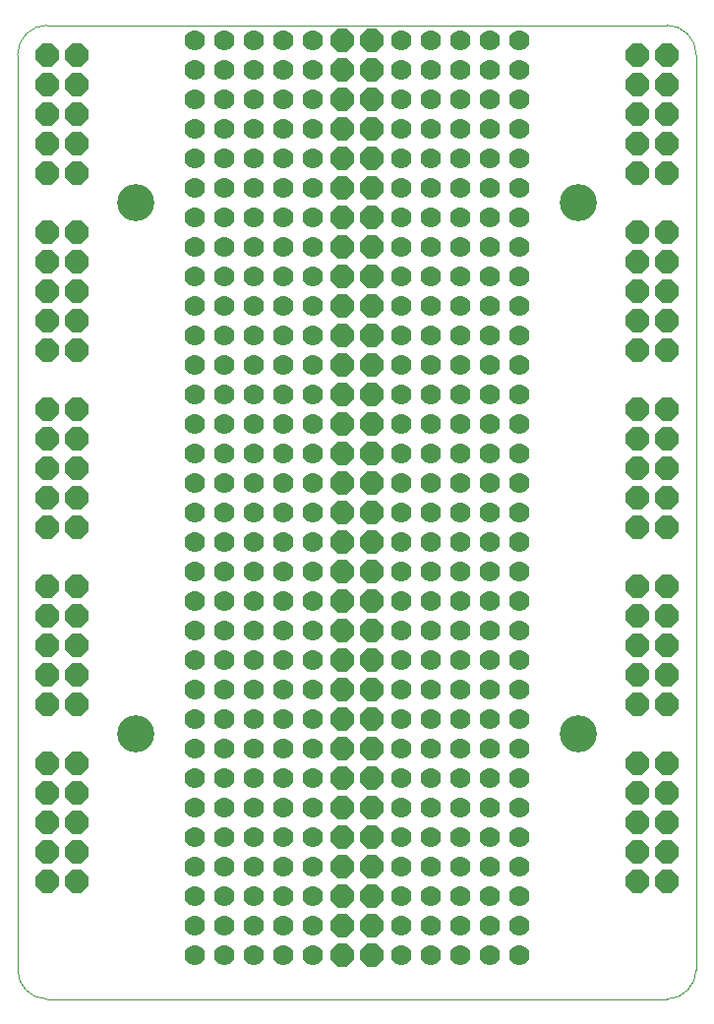
<source format=gbr>
%TF.GenerationSoftware,KiCad,Pcbnew,9.0.2-9.0.2-0~ubuntu24.04.1*%
%TF.CreationDate,2025-06-09T17:33:15+05:30*%
%TF.ProjectId,pronto,70726f6e-746f-42e6-9b69-6361645f7063,rev1*%
%TF.SameCoordinates,Original*%
%TF.FileFunction,Soldermask,Bot*%
%TF.FilePolarity,Negative*%
%FSLAX46Y46*%
G04 Gerber Fmt 4.6, Leading zero omitted, Abs format (unit mm)*
G04 Created by KiCad (PCBNEW 9.0.2-9.0.2-0~ubuntu24.04.1) date 2025-06-09 17:33:15*
%MOMM*%
%LPD*%
G01*
G04 APERTURE LIST*
G04 Aperture macros list*
%AMOutline5P*
0 Free polygon, 5 corners , with rotation*
0 The origin of the aperture is its center*
0 number of corners: always 5*
0 $1 to $10 corner X, Y*
0 $11 Rotation angle, in degrees counterclockwise*
0 create outline with 5 corners*
4,1,5,$1,$2,$3,$4,$5,$6,$7,$8,$9,$10,$1,$2,$11*%
%AMOutline6P*
0 Free polygon, 6 corners , with rotation*
0 The origin of the aperture is its center*
0 number of corners: always 6*
0 $1 to $12 corner X, Y*
0 $13 Rotation angle, in degrees counterclockwise*
0 create outline with 6 corners*
4,1,6,$1,$2,$3,$4,$5,$6,$7,$8,$9,$10,$11,$12,$1,$2,$13*%
%AMOutline7P*
0 Free polygon, 7 corners , with rotation*
0 The origin of the aperture is its center*
0 number of corners: always 7*
0 $1 to $14 corner X, Y*
0 $15 Rotation angle, in degrees counterclockwise*
0 create outline with 7 corners*
4,1,7,$1,$2,$3,$4,$5,$6,$7,$8,$9,$10,$11,$12,$13,$14,$1,$2,$15*%
%AMOutline8P*
0 Free polygon, 8 corners , with rotation*
0 The origin of the aperture is its center*
0 number of corners: always 8*
0 $1 to $16 corner X, Y*
0 $17 Rotation angle, in degrees counterclockwise*
0 create outline with 8 corners*
4,1,8,$1,$2,$3,$4,$5,$6,$7,$8,$9,$10,$11,$12,$13,$14,$15,$16,$1,$2,$17*%
G04 Aperture macros list end*
%ADD10C,1.778000*%
%ADD11Outline8P,-1.016000X0.406400X-0.406400X1.016000X0.406400X1.016000X1.016000X0.406400X1.016000X-0.406400X0.406400X-1.016000X-0.406400X-1.016000X-1.016000X-0.406400X0.000000*%
%ADD12Outline8P,-1.016000X0.406400X-0.406400X1.016000X0.406400X1.016000X1.016000X0.406400X1.016000X-0.406400X0.406400X-1.016000X-0.406400X-1.016000X-1.016000X-0.406400X180.000000*%
%ADD13C,3.200000*%
%TA.AperFunction,Profile*%
%ADD14C,0.100000*%
%TD*%
G04 APERTURE END LIST*
D10*
%TO.C,1pin*%
X114300000Y-38100000D03*
%TD*%
%TO.C,1pin*%
X132080000Y-38100000D03*
%TD*%
%TO.C,1pin*%
X127000000Y-38100000D03*
%TD*%
%TO.C,1pin*%
X106680000Y-38100000D03*
%TD*%
%TO.C,1pin*%
X121920000Y-38100000D03*
%TD*%
%TO.C,1pin*%
X111760000Y-38100000D03*
%TD*%
%TO.C,1pin*%
X129540000Y-38100000D03*
%TD*%
%TO.C,1pin*%
X124460000Y-38100000D03*
%TD*%
%TO.C,1pin*%
X109220000Y-38100000D03*
%TD*%
%TO.C,1pin*%
X104140000Y-38100000D03*
%TD*%
%TO.C,1pin*%
X106680000Y-40640000D03*
%TD*%
%TO.C,1pin*%
X104140000Y-40640000D03*
%TD*%
%TO.C,1pin*%
X109220000Y-40640000D03*
%TD*%
%TO.C,1pin*%
X111760000Y-40640000D03*
%TD*%
%TO.C,1pin*%
X114300000Y-40640000D03*
%TD*%
%TO.C,1pin*%
X121920000Y-40640000D03*
%TD*%
%TO.C,1pin*%
X124460000Y-40640000D03*
%TD*%
%TO.C,1pin*%
X127000000Y-40640000D03*
%TD*%
%TO.C,1pin*%
X132080000Y-40640000D03*
%TD*%
%TO.C,1pin*%
X129540000Y-40640000D03*
%TD*%
%TO.C,1pin*%
X121920000Y-45720000D03*
%TD*%
%TO.C,1pin*%
X124460000Y-45720000D03*
%TD*%
%TO.C,1pin*%
X127000000Y-45720000D03*
%TD*%
%TO.C,1pin*%
X132080000Y-45720000D03*
%TD*%
%TO.C,1pin*%
X129540000Y-45720000D03*
%TD*%
%TO.C,1pin*%
X129540000Y-43180000D03*
%TD*%
%TO.C,1pin*%
X132080000Y-43180000D03*
%TD*%
%TO.C,1pin*%
X127000000Y-43180000D03*
%TD*%
%TO.C,1pin*%
X124460000Y-43180000D03*
%TD*%
%TO.C,1pin*%
X121920000Y-43180000D03*
%TD*%
%TO.C,1pin*%
X114300000Y-43180000D03*
%TD*%
%TO.C,1pin*%
X111760000Y-43180000D03*
%TD*%
%TO.C,1pin*%
X109220000Y-43180000D03*
%TD*%
%TO.C,1pin*%
X104140000Y-43180000D03*
%TD*%
%TO.C,1pin*%
X106680000Y-43180000D03*
%TD*%
%TO.C,1pin*%
X106680000Y-45720000D03*
%TD*%
%TO.C,1pin*%
X104140000Y-45720000D03*
%TD*%
%TO.C,1pin*%
X109220000Y-45720000D03*
%TD*%
%TO.C,1pin*%
X111760000Y-45720000D03*
%TD*%
%TO.C,1pin*%
X114300000Y-45720000D03*
%TD*%
%TO.C,1pin*%
X114300000Y-50800000D03*
%TD*%
%TO.C,1pin*%
X111760000Y-50800000D03*
%TD*%
%TO.C,1pin*%
X109220000Y-50800000D03*
%TD*%
%TO.C,1pin*%
X104140000Y-50800000D03*
%TD*%
%TO.C,1pin*%
X106680000Y-50800000D03*
%TD*%
%TO.C,1pin*%
X106680000Y-48260000D03*
%TD*%
%TO.C,1pin*%
X104140000Y-48260000D03*
%TD*%
%TO.C,1pin*%
X109220000Y-48260000D03*
%TD*%
%TO.C,1pin*%
X111760000Y-48260000D03*
%TD*%
%TO.C,1pin*%
X114300000Y-48260000D03*
%TD*%
%TO.C,1pin*%
X114300000Y-58420000D03*
%TD*%
%TO.C,1pin*%
X111760000Y-58420000D03*
%TD*%
%TO.C,1pin*%
X109220000Y-58420000D03*
%TD*%
%TO.C,1pin*%
X104140000Y-58420000D03*
%TD*%
%TO.C,1pin*%
X106680000Y-58420000D03*
%TD*%
%TO.C,1pin*%
X106680000Y-60960000D03*
%TD*%
%TO.C,1pin*%
X104140000Y-60960000D03*
%TD*%
%TO.C,1pin*%
X109220000Y-60960000D03*
%TD*%
%TO.C,1pin*%
X111760000Y-60960000D03*
%TD*%
%TO.C,1pin*%
X114300000Y-60960000D03*
%TD*%
%TO.C,1pin*%
X114300000Y-55880000D03*
%TD*%
%TO.C,1pin*%
X111760000Y-55880000D03*
%TD*%
%TO.C,1pin*%
X109220000Y-55880000D03*
%TD*%
%TO.C,1pin*%
X104140000Y-55880000D03*
%TD*%
%TO.C,1pin*%
X106680000Y-55880000D03*
%TD*%
%TO.C,1pin*%
X106680000Y-53340000D03*
%TD*%
%TO.C,1pin*%
X104140000Y-53340000D03*
%TD*%
%TO.C,1pin*%
X109220000Y-53340000D03*
%TD*%
%TO.C,1pin*%
X111760000Y-53340000D03*
%TD*%
%TO.C,1pin*%
X114300000Y-53340000D03*
%TD*%
%TO.C,1pin*%
X114300000Y-73660000D03*
%TD*%
%TO.C,1pin*%
X111760000Y-73660000D03*
%TD*%
%TO.C,1pin*%
X109220000Y-73660000D03*
%TD*%
%TO.C,1pin*%
X104140000Y-73660000D03*
%TD*%
%TO.C,1pin*%
X106680000Y-73660000D03*
%TD*%
%TO.C,1pin*%
X106680000Y-76200000D03*
%TD*%
%TO.C,1pin*%
X104140000Y-76200000D03*
%TD*%
%TO.C,1pin*%
X109220000Y-76200000D03*
%TD*%
%TO.C,1pin*%
X111760000Y-76200000D03*
%TD*%
%TO.C,1pin*%
X114300000Y-76200000D03*
%TD*%
%TO.C,1pin*%
X114300000Y-81280000D03*
%TD*%
%TO.C,1pin*%
X111760000Y-81280000D03*
%TD*%
%TO.C,1pin*%
X109220000Y-81280000D03*
%TD*%
%TO.C,1pin*%
X104140000Y-81280000D03*
%TD*%
%TO.C,1pin*%
X106680000Y-81280000D03*
%TD*%
%TO.C,1pin*%
X106680000Y-78740000D03*
%TD*%
%TO.C,1pin*%
X104140000Y-78740000D03*
%TD*%
%TO.C,1pin*%
X109220000Y-78740000D03*
%TD*%
%TO.C,1pin*%
X111760000Y-78740000D03*
%TD*%
%TO.C,1pin*%
X114300000Y-78740000D03*
%TD*%
%TO.C,1pin*%
X114300000Y-68580000D03*
%TD*%
%TO.C,1pin*%
X111760000Y-68580000D03*
%TD*%
%TO.C,1pin*%
X109220000Y-68580000D03*
%TD*%
%TO.C,1pin*%
X104140000Y-68580000D03*
%TD*%
%TO.C,1pin*%
X106680000Y-68580000D03*
%TD*%
%TO.C,1pin*%
X106680000Y-71120000D03*
%TD*%
%TO.C,1pin*%
X104140000Y-71120000D03*
%TD*%
%TO.C,1pin*%
X109220000Y-71120000D03*
%TD*%
%TO.C,1pin*%
X111760000Y-71120000D03*
%TD*%
%TO.C,1pin*%
X114300000Y-71120000D03*
%TD*%
%TO.C,1pin*%
X114300000Y-66040000D03*
%TD*%
%TO.C,1pin*%
X111760000Y-66040000D03*
%TD*%
%TO.C,1pin*%
X109220000Y-66040000D03*
%TD*%
%TO.C,1pin*%
X104140000Y-66040000D03*
%TD*%
%TO.C,1pin*%
X106680000Y-66040000D03*
%TD*%
%TO.C,1pin*%
X106680000Y-63500000D03*
%TD*%
%TO.C,1pin*%
X104140000Y-63500000D03*
%TD*%
%TO.C,1pin*%
X109220000Y-63500000D03*
%TD*%
%TO.C,1pin*%
X111760000Y-63500000D03*
%TD*%
%TO.C,1pin*%
X114300000Y-63500000D03*
%TD*%
%TO.C,1pin*%
X114300000Y-104140000D03*
%TD*%
%TO.C,1pin*%
X111760000Y-104140000D03*
%TD*%
%TO.C,1pin*%
X109220000Y-104140000D03*
%TD*%
%TO.C,1pin*%
X104140000Y-104140000D03*
%TD*%
%TO.C,1pin*%
X106680000Y-104140000D03*
%TD*%
%TO.C,1pin*%
X106680000Y-106680000D03*
%TD*%
%TO.C,1pin*%
X104140000Y-106680000D03*
%TD*%
%TO.C,1pin*%
X109220000Y-106680000D03*
%TD*%
%TO.C,1pin*%
X111760000Y-106680000D03*
%TD*%
%TO.C,1pin*%
X114300000Y-106680000D03*
%TD*%
%TO.C,1pin*%
X114300000Y-111760000D03*
%TD*%
%TO.C,1pin*%
X111760000Y-111760000D03*
%TD*%
%TO.C,1pin*%
X109220000Y-111760000D03*
%TD*%
%TO.C,1pin*%
X104140000Y-111760000D03*
%TD*%
%TO.C,1pin*%
X106680000Y-111760000D03*
%TD*%
%TO.C,1pin*%
X106680000Y-109220000D03*
%TD*%
%TO.C,1pin*%
X104140000Y-109220000D03*
%TD*%
%TO.C,1pin*%
X109220000Y-109220000D03*
%TD*%
%TO.C,1pin*%
X111760000Y-109220000D03*
%TD*%
%TO.C,1pin*%
X114300000Y-109220000D03*
%TD*%
%TO.C,1pin*%
X114300000Y-116840000D03*
%TD*%
%TO.C,1pin*%
X111760000Y-116840000D03*
%TD*%
%TO.C,1pin*%
X109220000Y-116840000D03*
%TD*%
%TO.C,1pin*%
X104140000Y-116840000D03*
%TD*%
%TO.C,1pin*%
X106680000Y-116840000D03*
%TD*%
%TO.C,1pin*%
X106680000Y-114300000D03*
%TD*%
%TO.C,1pin*%
X104140000Y-114300000D03*
%TD*%
%TO.C,1pin*%
X109220000Y-114300000D03*
%TD*%
%TO.C,1pin*%
X111760000Y-114300000D03*
%TD*%
%TO.C,1pin*%
X114300000Y-114300000D03*
%TD*%
%TO.C,1pin*%
X114300000Y-93980000D03*
%TD*%
%TO.C,1pin*%
X111760000Y-93980000D03*
%TD*%
%TO.C,1pin*%
X109220000Y-93980000D03*
%TD*%
%TO.C,1pin*%
X104140000Y-93980000D03*
%TD*%
%TO.C,1pin*%
X106680000Y-93980000D03*
%TD*%
%TO.C,1pin*%
X106680000Y-96520000D03*
%TD*%
%TO.C,1pin*%
X104140000Y-96520000D03*
%TD*%
%TO.C,1pin*%
X109220000Y-96520000D03*
%TD*%
%TO.C,1pin*%
X111760000Y-96520000D03*
%TD*%
%TO.C,1pin*%
X114300000Y-96520000D03*
%TD*%
%TO.C,1pin*%
X114300000Y-101600000D03*
%TD*%
%TO.C,1pin*%
X111760000Y-101600000D03*
%TD*%
%TO.C,1pin*%
X109220000Y-101600000D03*
%TD*%
%TO.C,1pin*%
X104140000Y-101600000D03*
%TD*%
%TO.C,1pin*%
X106680000Y-101600000D03*
%TD*%
%TO.C,1pin*%
X106680000Y-99060000D03*
%TD*%
%TO.C,1pin*%
X104140000Y-99060000D03*
%TD*%
%TO.C,1pin*%
X109220000Y-99060000D03*
%TD*%
%TO.C,1pin*%
X111760000Y-99060000D03*
%TD*%
%TO.C,1pin*%
X114300000Y-99060000D03*
%TD*%
%TO.C,1pin*%
X114300000Y-88900000D03*
%TD*%
%TO.C,1pin*%
X111760000Y-88900000D03*
%TD*%
%TO.C,1pin*%
X109220000Y-88900000D03*
%TD*%
%TO.C,1pin*%
X104140000Y-88900000D03*
%TD*%
%TO.C,1pin*%
X106680000Y-88900000D03*
%TD*%
%TO.C,1pin*%
X106680000Y-91440000D03*
%TD*%
%TO.C,1pin*%
X104140000Y-91440000D03*
%TD*%
%TO.C,1pin*%
X109220000Y-91440000D03*
%TD*%
%TO.C,1pin*%
X111760000Y-91440000D03*
%TD*%
%TO.C,1pin*%
X114300000Y-91440000D03*
%TD*%
%TO.C,1pin*%
X114300000Y-86360000D03*
%TD*%
%TO.C,1pin*%
X111760000Y-86360000D03*
%TD*%
%TO.C,1pin*%
X109220000Y-86360000D03*
%TD*%
%TO.C,1pin*%
X104140000Y-86360000D03*
%TD*%
%TO.C,1pin*%
X106680000Y-86360000D03*
%TD*%
%TO.C,1pin*%
X106680000Y-83820000D03*
%TD*%
%TO.C,1pin*%
X104140000Y-83820000D03*
%TD*%
%TO.C,1pin*%
X109220000Y-83820000D03*
%TD*%
%TO.C,1pin*%
X111760000Y-83820000D03*
%TD*%
%TO.C,1pin*%
X114300000Y-83820000D03*
%TD*%
%TO.C,1pin*%
X121920000Y-48260000D03*
%TD*%
%TO.C,1pin*%
X124460000Y-48260000D03*
%TD*%
%TO.C,1pin*%
X127000000Y-48260000D03*
%TD*%
%TO.C,1pin*%
X132080000Y-48260000D03*
%TD*%
%TO.C,1pin*%
X129540000Y-48260000D03*
%TD*%
%TO.C,1pin*%
X129540000Y-50800000D03*
%TD*%
%TO.C,1pin*%
X132080000Y-50800000D03*
%TD*%
%TO.C,1pin*%
X127000000Y-50800000D03*
%TD*%
%TO.C,1pin*%
X124460000Y-50800000D03*
%TD*%
%TO.C,1pin*%
X121920000Y-50800000D03*
%TD*%
%TO.C,1pin*%
X121920000Y-60960000D03*
%TD*%
%TO.C,1pin*%
X124460000Y-60960000D03*
%TD*%
%TO.C,1pin*%
X127000000Y-60960000D03*
%TD*%
%TO.C,1pin*%
X132080000Y-60960000D03*
%TD*%
%TO.C,1pin*%
X129540000Y-60960000D03*
%TD*%
%TO.C,1pin*%
X129540000Y-58420000D03*
%TD*%
%TO.C,1pin*%
X132080000Y-58420000D03*
%TD*%
%TO.C,1pin*%
X127000000Y-58420000D03*
%TD*%
%TO.C,1pin*%
X124460000Y-58420000D03*
%TD*%
%TO.C,1pin*%
X121920000Y-58420000D03*
%TD*%
%TO.C,1pin*%
X121920000Y-53340000D03*
%TD*%
%TO.C,1pin*%
X124460000Y-53340000D03*
%TD*%
%TO.C,1pin*%
X127000000Y-53340000D03*
%TD*%
%TO.C,1pin*%
X132080000Y-53340000D03*
%TD*%
%TO.C,1pin*%
X129540000Y-53340000D03*
%TD*%
%TO.C,1pin*%
X129540000Y-55880000D03*
%TD*%
%TO.C,1pin*%
X132080000Y-55880000D03*
%TD*%
%TO.C,1pin*%
X127000000Y-55880000D03*
%TD*%
%TO.C,1pin*%
X124460000Y-55880000D03*
%TD*%
%TO.C,1pin*%
X121920000Y-55880000D03*
%TD*%
%TO.C,1pin*%
X121920000Y-76200000D03*
%TD*%
%TO.C,1pin*%
X124460000Y-76200000D03*
%TD*%
%TO.C,1pin*%
X127000000Y-76200000D03*
%TD*%
%TO.C,1pin*%
X132080000Y-76200000D03*
%TD*%
%TO.C,1pin*%
X129540000Y-76200000D03*
%TD*%
%TO.C,1pin*%
X129540000Y-73660000D03*
%TD*%
%TO.C,1pin*%
X132080000Y-73660000D03*
%TD*%
%TO.C,1pin*%
X127000000Y-73660000D03*
%TD*%
%TO.C,1pin*%
X124460000Y-73660000D03*
%TD*%
%TO.C,1pin*%
X121920000Y-73660000D03*
%TD*%
%TO.C,1pin*%
X121920000Y-78740000D03*
%TD*%
%TO.C,1pin*%
X124460000Y-78740000D03*
%TD*%
%TO.C,1pin*%
X127000000Y-78740000D03*
%TD*%
%TO.C,1pin*%
X132080000Y-78740000D03*
%TD*%
%TO.C,1pin*%
X129540000Y-78740000D03*
%TD*%
%TO.C,1pin*%
X129540000Y-81280000D03*
%TD*%
%TO.C,1pin*%
X132080000Y-81280000D03*
%TD*%
%TO.C,1pin*%
X127000000Y-81280000D03*
%TD*%
%TO.C,1pin*%
X124460000Y-81280000D03*
%TD*%
%TO.C,1pin*%
X121920000Y-81280000D03*
%TD*%
%TO.C,1pin*%
X121920000Y-71120000D03*
%TD*%
%TO.C,1pin*%
X124460000Y-71120000D03*
%TD*%
%TO.C,1pin*%
X127000000Y-71120000D03*
%TD*%
%TO.C,1pin*%
X132080000Y-71120000D03*
%TD*%
%TO.C,1pin*%
X129540000Y-71120000D03*
%TD*%
%TO.C,1pin*%
X129540000Y-68580000D03*
%TD*%
%TO.C,1pin*%
X132080000Y-68580000D03*
%TD*%
%TO.C,1pin*%
X127000000Y-68580000D03*
%TD*%
%TO.C,1pin*%
X124460000Y-68580000D03*
%TD*%
%TO.C,1pin*%
X121920000Y-68580000D03*
%TD*%
%TO.C,1pin*%
X121920000Y-63500000D03*
%TD*%
%TO.C,1pin*%
X124460000Y-63500000D03*
%TD*%
%TO.C,1pin*%
X127000000Y-63500000D03*
%TD*%
%TO.C,1pin*%
X132080000Y-63500000D03*
%TD*%
%TO.C,1pin*%
X129540000Y-63500000D03*
%TD*%
%TO.C,1pin*%
X129540000Y-66040000D03*
%TD*%
%TO.C,1pin*%
X132080000Y-66040000D03*
%TD*%
%TO.C,1pin*%
X127000000Y-66040000D03*
%TD*%
%TO.C,1pin*%
X124460000Y-66040000D03*
%TD*%
%TO.C,1pin*%
X121920000Y-66040000D03*
%TD*%
%TO.C,1pin*%
X121920000Y-83820000D03*
%TD*%
%TO.C,1pin*%
X124460000Y-83820000D03*
%TD*%
%TO.C,1pin*%
X127000000Y-83820000D03*
%TD*%
%TO.C,1pin*%
X132080000Y-83820000D03*
%TD*%
%TO.C,1pin*%
X129540000Y-83820000D03*
%TD*%
%TO.C,1pin*%
X129540000Y-86360000D03*
%TD*%
%TO.C,1pin*%
X132080000Y-86360000D03*
%TD*%
%TO.C,1pin*%
X127000000Y-86360000D03*
%TD*%
%TO.C,1pin*%
X124460000Y-86360000D03*
%TD*%
%TO.C,1pin*%
X121920000Y-86360000D03*
%TD*%
%TO.C,1pin*%
X121920000Y-96520000D03*
%TD*%
%TO.C,1pin*%
X124460000Y-96520000D03*
%TD*%
%TO.C,1pin*%
X127000000Y-96520000D03*
%TD*%
%TO.C,1pin*%
X132080000Y-96520000D03*
%TD*%
%TO.C,1pin*%
X129540000Y-96520000D03*
%TD*%
%TO.C,1pin*%
X129540000Y-93980000D03*
%TD*%
%TO.C,1pin*%
X132080000Y-93980000D03*
%TD*%
%TO.C,1pin*%
X127000000Y-93980000D03*
%TD*%
%TO.C,1pin*%
X124460000Y-93980000D03*
%TD*%
%TO.C,1pin*%
X121920000Y-93980000D03*
%TD*%
%TO.C,1pin*%
X121920000Y-88900000D03*
%TD*%
%TO.C,1pin*%
X124460000Y-88900000D03*
%TD*%
%TO.C,1pin*%
X127000000Y-88900000D03*
%TD*%
%TO.C,1pin*%
X132080000Y-88900000D03*
%TD*%
%TO.C,1pin*%
X129540000Y-88900000D03*
%TD*%
%TO.C,1pin*%
X129540000Y-91440000D03*
%TD*%
%TO.C,1pin*%
X132080000Y-91440000D03*
%TD*%
%TO.C,1pin*%
X127000000Y-91440000D03*
%TD*%
%TO.C,1pin*%
X124460000Y-91440000D03*
%TD*%
%TO.C,1pin*%
X121920000Y-91440000D03*
%TD*%
%TO.C,1pin*%
X121920000Y-104140000D03*
%TD*%
%TO.C,1pin*%
X124460000Y-104140000D03*
%TD*%
%TO.C,1pin*%
X127000000Y-104140000D03*
%TD*%
%TO.C,1pin*%
X132080000Y-104140000D03*
%TD*%
%TO.C,1pin*%
X129540000Y-104140000D03*
%TD*%
%TO.C,1pin*%
X129540000Y-101600000D03*
%TD*%
%TO.C,1pin*%
X132080000Y-101600000D03*
%TD*%
%TO.C,1pin*%
X127000000Y-101600000D03*
%TD*%
%TO.C,1pin*%
X124460000Y-101600000D03*
%TD*%
%TO.C,1pin*%
X121920000Y-101600000D03*
%TD*%
%TO.C,1pin*%
X121920000Y-106680000D03*
%TD*%
%TO.C,1pin*%
X124460000Y-106680000D03*
%TD*%
%TO.C,1pin*%
X127000000Y-106680000D03*
%TD*%
%TO.C,1pin*%
X132080000Y-106680000D03*
%TD*%
%TO.C,1pin*%
X129540000Y-106680000D03*
%TD*%
%TO.C,1pin*%
X129540000Y-109220000D03*
%TD*%
%TO.C,1pin*%
X132080000Y-109220000D03*
%TD*%
%TO.C,1pin*%
X127000000Y-109220000D03*
%TD*%
%TO.C,1pin*%
X124460000Y-109220000D03*
%TD*%
%TO.C,1pin*%
X121920000Y-109220000D03*
%TD*%
%TO.C,1pin*%
X121920000Y-99060000D03*
%TD*%
%TO.C,1pin*%
X124460000Y-99060000D03*
%TD*%
%TO.C,1pin*%
X127000000Y-99060000D03*
%TD*%
%TO.C,1pin*%
X132080000Y-99060000D03*
%TD*%
%TO.C,1pin*%
X129540000Y-99060000D03*
%TD*%
%TO.C,1pin*%
X121920000Y-116840000D03*
%TD*%
%TO.C,1pin*%
X124460000Y-116840000D03*
%TD*%
%TO.C,1pin*%
X127000000Y-116840000D03*
%TD*%
%TO.C,1pin*%
X132080000Y-116840000D03*
%TD*%
%TO.C,1pin*%
X129540000Y-116840000D03*
%TD*%
%TO.C,1pin*%
X129540000Y-114300000D03*
%TD*%
%TO.C,1pin*%
X132080000Y-114300000D03*
%TD*%
%TO.C,1pin*%
X127000000Y-114300000D03*
%TD*%
%TO.C,1pin*%
X124460000Y-114300000D03*
%TD*%
%TO.C,1pin*%
X121920000Y-114300000D03*
%TD*%
%TO.C,1pin*%
X129540000Y-111760000D03*
%TD*%
%TO.C,1pin*%
X132080000Y-111760000D03*
%TD*%
%TO.C,1pin*%
X127000000Y-111760000D03*
%TD*%
%TO.C,1pin*%
X124460000Y-111760000D03*
%TD*%
%TO.C,1pin*%
X121920000Y-111760000D03*
%TD*%
D11*
%TO.C,1pin*%
X116840000Y-38100000D03*
%TD*%
%TO.C,1pin*%
X119380000Y-38100000D03*
%TD*%
%TO.C,1pin*%
X116840000Y-40640000D03*
%TD*%
%TO.C,1pin*%
X119380000Y-40640000D03*
%TD*%
D12*
%TO.C,1pin*%
X116840000Y-114300000D03*
%TD*%
%TO.C,1pin*%
X119380000Y-114300000D03*
%TD*%
%TO.C,1pin*%
X119380000Y-111760000D03*
%TD*%
%TO.C,1pin*%
X116840000Y-111760000D03*
%TD*%
%TO.C,1pin*%
X116840000Y-106680000D03*
%TD*%
%TO.C,1pin*%
X119380000Y-106680000D03*
%TD*%
%TO.C,1pin*%
X119380000Y-109220000D03*
%TD*%
%TO.C,1pin*%
X116840000Y-109220000D03*
%TD*%
%TO.C,1pin*%
X116840000Y-99060000D03*
%TD*%
%TO.C,1pin*%
X119380000Y-99060000D03*
%TD*%
%TO.C,1pin*%
X119380000Y-96520000D03*
%TD*%
%TO.C,1pin*%
X116840000Y-96520000D03*
%TD*%
%TO.C,1pin*%
X119380000Y-104140000D03*
%TD*%
%TO.C,1pin*%
X116840000Y-104140000D03*
%TD*%
%TO.C,1pin*%
X116840000Y-83820000D03*
%TD*%
%TO.C,1pin*%
X119380000Y-83820000D03*
%TD*%
%TO.C,1pin*%
X119380000Y-81280000D03*
%TD*%
%TO.C,1pin*%
X116840000Y-81280000D03*
%TD*%
%TO.C,1pin*%
X116840000Y-76200000D03*
%TD*%
%TO.C,1pin*%
X119380000Y-76200000D03*
%TD*%
%TO.C,1pin*%
X119380000Y-78740000D03*
%TD*%
%TO.C,1pin*%
X116840000Y-78740000D03*
%TD*%
%TO.C,1pin*%
X116840000Y-88900000D03*
%TD*%
%TO.C,1pin*%
X119380000Y-88900000D03*
%TD*%
%TO.C,1pin*%
X116840000Y-91440000D03*
%TD*%
%TO.C,1pin*%
X119380000Y-91440000D03*
%TD*%
%TO.C,1pin*%
X119380000Y-93980000D03*
%TD*%
%TO.C,1pin*%
X116840000Y-93980000D03*
%TD*%
%TO.C,1pin*%
X116840000Y-53340000D03*
%TD*%
%TO.C,1pin*%
X119380000Y-53340000D03*
%TD*%
%TO.C,1pin*%
X119380000Y-50800000D03*
%TD*%
%TO.C,1pin*%
X116840000Y-50800000D03*
%TD*%
%TO.C,1pin*%
X116840000Y-45720000D03*
%TD*%
%TO.C,1pin*%
X119380000Y-45720000D03*
%TD*%
%TO.C,1pin*%
X119380000Y-48260000D03*
%TD*%
%TO.C,1pin*%
X116840000Y-48260000D03*
%TD*%
D11*
%TO.C,1pin*%
X119380000Y-43180000D03*
%TD*%
%TO.C,1pin*%
X116840000Y-43180000D03*
%TD*%
D12*
%TO.C,1pin*%
X116840000Y-63500000D03*
%TD*%
%TO.C,1pin*%
X119380000Y-63500000D03*
%TD*%
%TO.C,1pin*%
X119380000Y-60960000D03*
%TD*%
%TO.C,1pin*%
X116840000Y-60960000D03*
%TD*%
%TO.C,1pin*%
X119380000Y-58420000D03*
%TD*%
%TO.C,1pin*%
X116840000Y-58420000D03*
%TD*%
%TO.C,1pin*%
X116840000Y-68580000D03*
%TD*%
%TO.C,1pin*%
X119380000Y-68580000D03*
%TD*%
%TO.C,1pin*%
X119380000Y-66040000D03*
%TD*%
%TO.C,1pin*%
X116840000Y-66040000D03*
%TD*%
%TO.C,1pin*%
X119380000Y-73660000D03*
%TD*%
%TO.C,1pin*%
X116840000Y-73660000D03*
%TD*%
%TO.C,1pin*%
X116840000Y-55880000D03*
%TD*%
%TO.C,1pin*%
X119380000Y-55880000D03*
%TD*%
%TO.C,1pin*%
X116840000Y-71120000D03*
%TD*%
%TO.C,1pin*%
X119380000Y-71120000D03*
%TD*%
%TO.C,1pin*%
X116840000Y-86360000D03*
%TD*%
%TO.C,1pin*%
X119380000Y-86360000D03*
%TD*%
%TO.C,1pin*%
X116840000Y-101600000D03*
%TD*%
%TO.C,1pin*%
X119380000Y-101600000D03*
%TD*%
%TO.C,1pin*%
X116840000Y-116840000D03*
%TD*%
%TO.C,1pin*%
X119380000Y-116840000D03*
%TD*%
D11*
%TO.C,1pin*%
X144780000Y-39370000D03*
%TD*%
%TO.C,1pin*%
X142240000Y-39370000D03*
%TD*%
%TO.C,1pin*%
X142240000Y-41910000D03*
%TD*%
%TO.C,1pin*%
X144780000Y-41910000D03*
%TD*%
%TO.C,1pin*%
X93980000Y-39370000D03*
%TD*%
%TO.C,1pin*%
X91440000Y-39370000D03*
%TD*%
%TO.C,1pin*%
X93980000Y-41910000D03*
%TD*%
%TO.C,1pin*%
X91440000Y-41910000D03*
%TD*%
%TO.C,1pin*%
X144780000Y-107950000D03*
%TD*%
%TO.C,1pin*%
X142240000Y-107950000D03*
%TD*%
%TO.C,1pin*%
X142240000Y-105410000D03*
%TD*%
%TO.C,1pin*%
X144780000Y-105410000D03*
%TD*%
%TO.C,1pin*%
X144780000Y-100330000D03*
%TD*%
%TO.C,1pin*%
X142240000Y-100330000D03*
%TD*%
%TO.C,1pin*%
X142240000Y-102870000D03*
%TD*%
%TO.C,1pin*%
X144780000Y-102870000D03*
%TD*%
%TO.C,1pin*%
X144780000Y-92710000D03*
%TD*%
%TO.C,1pin*%
X142240000Y-92710000D03*
%TD*%
%TO.C,1pin*%
X142240000Y-90170000D03*
%TD*%
%TO.C,1pin*%
X144780000Y-90170000D03*
%TD*%
%TO.C,1pin*%
X144780000Y-77470000D03*
%TD*%
%TO.C,1pin*%
X142240000Y-77470000D03*
%TD*%
%TO.C,1pin*%
X142240000Y-74930000D03*
%TD*%
%TO.C,1pin*%
X144780000Y-74930000D03*
%TD*%
%TO.C,1pin*%
X144780000Y-69850000D03*
%TD*%
%TO.C,1pin*%
X142240000Y-69850000D03*
%TD*%
%TO.C,1pin*%
X142240000Y-72390000D03*
%TD*%
%TO.C,1pin*%
X144780000Y-72390000D03*
%TD*%
%TO.C,1pin*%
X144780000Y-85090000D03*
%TD*%
%TO.C,1pin*%
X142240000Y-85090000D03*
%TD*%
%TO.C,1pin*%
X142240000Y-87630000D03*
%TD*%
%TO.C,1pin*%
X144780000Y-87630000D03*
%TD*%
%TO.C,1pin*%
X144780000Y-46990000D03*
%TD*%
%TO.C,1pin*%
X142240000Y-46990000D03*
%TD*%
%TO.C,1pin*%
X142240000Y-44450000D03*
%TD*%
%TO.C,1pin*%
X144780000Y-44450000D03*
%TD*%
%TO.C,1pin*%
X144780000Y-57150000D03*
%TD*%
%TO.C,1pin*%
X142240000Y-57150000D03*
%TD*%
%TO.C,1pin*%
X142240000Y-54610000D03*
%TD*%
%TO.C,1pin*%
X144780000Y-54610000D03*
%TD*%
%TO.C,1pin*%
X144780000Y-62230000D03*
%TD*%
%TO.C,1pin*%
X142240000Y-62230000D03*
%TD*%
%TO.C,1pin*%
X142240000Y-59690000D03*
%TD*%
%TO.C,1pin*%
X144780000Y-59690000D03*
%TD*%
D12*
%TO.C,1pin*%
X91440000Y-59690000D03*
%TD*%
%TO.C,1pin*%
X93980000Y-59690000D03*
%TD*%
%TO.C,1pin*%
X93980000Y-62230000D03*
%TD*%
%TO.C,1pin*%
X91440000Y-62230000D03*
%TD*%
%TO.C,1pin*%
X91440000Y-54610000D03*
%TD*%
%TO.C,1pin*%
X93980000Y-54610000D03*
%TD*%
%TO.C,1pin*%
X93980000Y-57150000D03*
%TD*%
%TO.C,1pin*%
X91440000Y-57150000D03*
%TD*%
D11*
%TO.C,1pin*%
X91440000Y-44450000D03*
%TD*%
%TO.C,1pin*%
X93980000Y-44450000D03*
%TD*%
D12*
%TO.C,1pin*%
X93980000Y-46990000D03*
%TD*%
%TO.C,1pin*%
X91440000Y-46990000D03*
%TD*%
%TO.C,1pin*%
X91440000Y-87630000D03*
%TD*%
%TO.C,1pin*%
X93980000Y-87630000D03*
%TD*%
%TO.C,1pin*%
X93980000Y-85090000D03*
%TD*%
%TO.C,1pin*%
X91440000Y-85090000D03*
%TD*%
%TO.C,1pin*%
X91440000Y-72390000D03*
%TD*%
%TO.C,1pin*%
X93980000Y-72390000D03*
%TD*%
%TO.C,1pin*%
X93980000Y-69850000D03*
%TD*%
%TO.C,1pin*%
X91440000Y-69850000D03*
%TD*%
%TO.C,1pin*%
X91440000Y-74930000D03*
%TD*%
%TO.C,1pin*%
X93980000Y-74930000D03*
%TD*%
%TO.C,1pin*%
X93980000Y-77470000D03*
%TD*%
%TO.C,1pin*%
X91440000Y-77470000D03*
%TD*%
%TO.C,1pin*%
X91440000Y-90170000D03*
%TD*%
%TO.C,1pin*%
X93980000Y-90170000D03*
%TD*%
%TO.C,1pin*%
X93980000Y-92710000D03*
%TD*%
%TO.C,1pin*%
X91440000Y-92710000D03*
%TD*%
%TO.C,1pin*%
X91440000Y-49530000D03*
%TD*%
%TO.C,1pin*%
X93980000Y-49530000D03*
%TD*%
%TO.C,1pin*%
X91440000Y-64770000D03*
%TD*%
%TO.C,1pin*%
X93980000Y-64770000D03*
%TD*%
%TO.C,1pin*%
X91440000Y-80010000D03*
%TD*%
%TO.C,1pin*%
X93980000Y-80010000D03*
%TD*%
%TO.C,1pin*%
X91440000Y-95250000D03*
%TD*%
%TO.C,1pin*%
X93980000Y-95250000D03*
%TD*%
D11*
%TO.C,1pin*%
X142240000Y-49530000D03*
%TD*%
%TO.C,1pin*%
X144780000Y-49530000D03*
%TD*%
%TO.C,1pin*%
X142240000Y-64770000D03*
%TD*%
%TO.C,1pin*%
X144780000Y-64770000D03*
%TD*%
%TO.C,1pin*%
X142240000Y-80010000D03*
%TD*%
%TO.C,1pin*%
X144780000Y-80010000D03*
%TD*%
%TO.C,1pin*%
X142240000Y-95250000D03*
%TD*%
%TO.C,1pin*%
X144780000Y-95250000D03*
%TD*%
D12*
%TO.C,1pin*%
X142240000Y-110490000D03*
%TD*%
%TO.C,1pin*%
X144780000Y-110490000D03*
%TD*%
%TO.C,1pin*%
X91440000Y-102870000D03*
%TD*%
%TO.C,1pin*%
X93980000Y-102870000D03*
%TD*%
%TO.C,1pin*%
X93980000Y-100330000D03*
%TD*%
%TO.C,1pin*%
X91440000Y-100330000D03*
%TD*%
%TO.C,1pin*%
X91440000Y-105410000D03*
%TD*%
%TO.C,1pin*%
X93980000Y-105410000D03*
%TD*%
%TO.C,1pin*%
X93980000Y-107950000D03*
%TD*%
%TO.C,1pin*%
X91440000Y-107950000D03*
%TD*%
%TO.C,1pin*%
X91440000Y-110490000D03*
%TD*%
%TO.C,1pin*%
X93980000Y-110490000D03*
%TD*%
D13*
%TO.C,REF\u002A\u002A*%
X137160000Y-52070000D03*
%TD*%
%TO.C,REF\u002A\u002A*%
X99060000Y-52070000D03*
%TD*%
%TO.C,REF\u002A\u002A*%
X137160000Y-97790000D03*
%TD*%
%TO.C,REF\u002A\u002A*%
X99060000Y-97790000D03*
%TD*%
D14*
X88900000Y-118110000D02*
X88900000Y-39370000D01*
X144780000Y-120650000D02*
X91440000Y-120650000D01*
X91440000Y-120650000D02*
G75*
G02*
X88900000Y-118110000I0J2540000D01*
G01*
X91440000Y-36830000D02*
X144780000Y-36830000D01*
X147320000Y-39370000D02*
X147320000Y-118110000D01*
X147320000Y-118110000D02*
G75*
G02*
X144780000Y-120650000I-2540000J0D01*
G01*
X88900000Y-39370000D02*
G75*
G02*
X91440000Y-36830000I2540000J0D01*
G01*
X144780000Y-36830000D02*
G75*
G02*
X147320000Y-39370000I0J-2540000D01*
G01*
M02*

</source>
